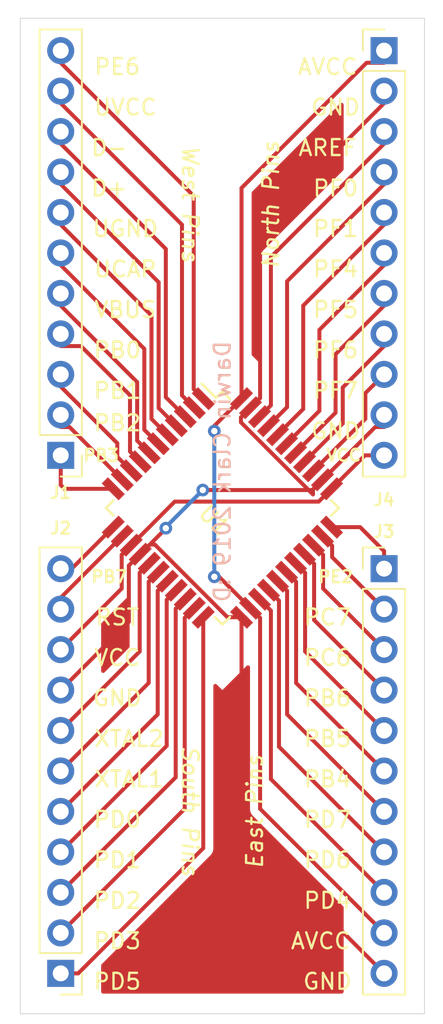
<source format=kicad_pcb>
(kicad_pcb (version 20171130) (host pcbnew 5.1.3-ffb9f22~84~ubuntu18.04.1)

  (general
    (thickness 1.6)
    (drawings 53)
    (tracks 178)
    (zones 0)
    (modules 5)
    (nets 40)
  )

  (page A4)
  (layers
    (0 F.Cu signal)
    (31 B.Cu signal)
    (32 B.Adhes user)
    (33 F.Adhes user)
    (34 B.Paste user)
    (35 F.Paste user)
    (36 B.SilkS user)
    (37 F.SilkS user)
    (38 B.Mask user)
    (39 F.Mask user)
    (40 Dwgs.User user)
    (41 Cmts.User user)
    (42 Eco1.User user)
    (43 Eco2.User user)
    (44 Edge.Cuts user)
    (45 Margin user)
    (46 B.CrtYd user)
    (47 F.CrtYd user)
    (48 B.Fab user)
    (49 F.Fab user)
  )

  (setup
    (last_trace_width 0.25)
    (trace_clearance 0.2)
    (zone_clearance 0.508)
    (zone_45_only no)
    (trace_min 0.2)
    (via_size 0.8)
    (via_drill 0.4)
    (via_min_size 0.4)
    (via_min_drill 0.3)
    (uvia_size 0.3)
    (uvia_drill 0.1)
    (uvias_allowed no)
    (uvia_min_size 0.2)
    (uvia_min_drill 0.1)
    (edge_width 0.05)
    (segment_width 0.2)
    (pcb_text_width 0.3)
    (pcb_text_size 1.5 1.5)
    (mod_edge_width 0.12)
    (mod_text_size 1 1)
    (mod_text_width 0.15)
    (pad_size 1.5 0.55)
    (pad_drill 0)
    (pad_to_mask_clearance 0.051)
    (solder_mask_min_width 0.25)
    (aux_axis_origin 0 0)
    (visible_elements FFFFFF7F)
    (pcbplotparams
      (layerselection 0x010fc_ffffffff)
      (usegerberextensions false)
      (usegerberattributes false)
      (usegerberadvancedattributes false)
      (creategerberjobfile false)
      (excludeedgelayer true)
      (linewidth 0.100000)
      (plotframeref false)
      (viasonmask false)
      (mode 1)
      (useauxorigin false)
      (hpglpennumber 1)
      (hpglpenspeed 20)
      (hpglpendiameter 15.000000)
      (psnegative false)
      (psa4output false)
      (plotreference true)
      (plotvalue true)
      (plotinvisibletext false)
      (padsonsilk false)
      (subtractmaskfromsilk false)
      (outputformat 1)
      (mirror false)
      (drillshape 0)
      (scaleselection 1)
      (outputdirectory ""))
  )

  (net 0 "")
  (net 1 PB3)
  (net 2 PB2)
  (net 3 PB1)
  (net 4 PB0)
  (net 5 VBUS)
  (net 6 UCAP)
  (net 7 UGND)
  (net 8 D+)
  (net 9 D-)
  (net 10 UVCC)
  (net 11 PE6)
  (net 12 PB7)
  (net 13 RESET)
  (net 14 VCC)
  (net 15 GND)
  (net 16 XTAL2)
  (net 17 XTAL1)
  (net 18 PD0)
  (net 19 PD1)
  (net 20 PD2)
  (net 21 PD3)
  (net 22 PD5)
  (net 23 PE2)
  (net 24 PC7)
  (net 25 PC6)
  (net 26 PB6)
  (net 27 PB5)
  (net 28 PB4)
  (net 29 PD7)
  (net 30 PD6)
  (net 31 PD4)
  (net 32 AVCC)
  (net 33 PF7)
  (net 34 PF6)
  (net 35 PF5)
  (net 36 PF4)
  (net 37 PF1)
  (net 38 PF0)
  (net 39 AREF)

  (net_class Default "This is the default net class."
    (clearance 0.2)
    (trace_width 0.25)
    (via_dia 0.8)
    (via_drill 0.4)
    (uvia_dia 0.3)
    (uvia_drill 0.1)
    (add_net AREF)
    (add_net AVCC)
    (add_net D+)
    (add_net D-)
    (add_net GND)
    (add_net PB0)
    (add_net PB1)
    (add_net PB2)
    (add_net PB3)
    (add_net PB4)
    (add_net PB5)
    (add_net PB6)
    (add_net PB7)
    (add_net PC6)
    (add_net PC7)
    (add_net PD0)
    (add_net PD1)
    (add_net PD2)
    (add_net PD3)
    (add_net PD4)
    (add_net PD5)
    (add_net PD6)
    (add_net PD7)
    (add_net PE2)
    (add_net PE6)
    (add_net PF0)
    (add_net PF1)
    (add_net PF4)
    (add_net PF5)
    (add_net PF6)
    (add_net PF7)
    (add_net RESET)
    (add_net UCAP)
    (add_net UGND)
    (add_net UVCC)
    (add_net VBUS)
    (add_net VCC)
    (add_net XTAL1)
    (add_net XTAL2)
  )

  (module Connector_PinHeader_2.54mm:PinHeader_1x11_P2.54mm_Vertical (layer F.Cu) (tedit 59FED5CC) (tstamp 5D52BAB8)
    (at 124.46 86.868 180)
    (descr "Through hole straight pin header, 1x11, 2.54mm pitch, single row")
    (tags "Through hole pin header THT 1x11 2.54mm single row")
    (path /5D53DE94)
    (fp_text reference J1 (at 0 -2.33) (layer F.SilkS)
      (effects (font (size 0.75 0.75) (thickness 0.15)))
    )
    (fp_text value West_Pin (at 0 27.73) (layer F.Fab)
      (effects (font (size 1 1) (thickness 0.15)))
    )
    (fp_line (start -0.635 -1.27) (end 1.27 -1.27) (layer F.Fab) (width 0.1))
    (fp_line (start 1.27 -1.27) (end 1.27 26.67) (layer F.Fab) (width 0.1))
    (fp_line (start 1.27 26.67) (end -1.27 26.67) (layer F.Fab) (width 0.1))
    (fp_line (start -1.27 26.67) (end -1.27 -0.635) (layer F.Fab) (width 0.1))
    (fp_line (start -1.27 -0.635) (end -0.635 -1.27) (layer F.Fab) (width 0.1))
    (fp_line (start -1.33 26.73) (end 1.33 26.73) (layer F.SilkS) (width 0.12))
    (fp_line (start -1.33 1.27) (end -1.33 26.73) (layer F.SilkS) (width 0.12))
    (fp_line (start 1.33 1.27) (end 1.33 26.73) (layer F.SilkS) (width 0.12))
    (fp_line (start -1.33 1.27) (end 1.33 1.27) (layer F.SilkS) (width 0.12))
    (fp_line (start -1.33 0) (end -1.33 -1.33) (layer F.SilkS) (width 0.12))
    (fp_line (start -1.33 -1.33) (end 0 -1.33) (layer F.SilkS) (width 0.12))
    (fp_line (start -1.8 -1.8) (end -1.8 27.2) (layer F.CrtYd) (width 0.05))
    (fp_line (start -1.8 27.2) (end 1.8 27.2) (layer F.CrtYd) (width 0.05))
    (fp_line (start 1.8 27.2) (end 1.8 -1.8) (layer F.CrtYd) (width 0.05))
    (fp_line (start 1.8 -1.8) (end -1.8 -1.8) (layer F.CrtYd) (width 0.05))
    (fp_text user %R (at 0 12.7 90) (layer F.Fab)
      (effects (font (size 1 1) (thickness 0.15)))
    )
    (pad 1 thru_hole rect (at 0 0 180) (size 1.7 1.7) (drill 1) (layers *.Cu *.Mask)
      (net 1 PB3))
    (pad 2 thru_hole oval (at 0 2.54 180) (size 1.7 1.7) (drill 1) (layers *.Cu *.Mask)
      (net 2 PB2))
    (pad 3 thru_hole oval (at 0 5.08 180) (size 1.7 1.7) (drill 1) (layers *.Cu *.Mask)
      (net 3 PB1))
    (pad 4 thru_hole oval (at 0 7.62 180) (size 1.7 1.7) (drill 1) (layers *.Cu *.Mask)
      (net 4 PB0))
    (pad 5 thru_hole oval (at 0 10.16 180) (size 1.7 1.7) (drill 1) (layers *.Cu *.Mask)
      (net 5 VBUS))
    (pad 6 thru_hole oval (at 0 12.7 180) (size 1.7 1.7) (drill 1) (layers *.Cu *.Mask)
      (net 6 UCAP))
    (pad 7 thru_hole oval (at 0 15.24 180) (size 1.7 1.7) (drill 1) (layers *.Cu *.Mask)
      (net 7 UGND))
    (pad 8 thru_hole oval (at 0 17.78 180) (size 1.7 1.7) (drill 1) (layers *.Cu *.Mask)
      (net 8 D+))
    (pad 9 thru_hole oval (at 0 20.32 180) (size 1.7 1.7) (drill 1) (layers *.Cu *.Mask)
      (net 9 D-))
    (pad 10 thru_hole oval (at 0 22.86 180) (size 1.7 1.7) (drill 1) (layers *.Cu *.Mask)
      (net 10 UVCC))
    (pad 11 thru_hole oval (at 0 25.4 180) (size 1.7 1.7) (drill 1) (layers *.Cu *.Mask)
      (net 11 PE6))
    (model ${KISYS3DMOD}/Connector_PinHeader_2.54mm.3dshapes/PinHeader_1x11_P2.54mm_Vertical.wrl
      (at (xyz 0 0 0))
      (scale (xyz 1 1 1))
      (rotate (xyz 0 0 0))
    )
  )

  (module Connector_PinHeader_2.54mm:PinHeader_1x11_P2.54mm_Vertical (layer F.Cu) (tedit 59FED5CC) (tstamp 5D52BAD7)
    (at 124.46 119.38 180)
    (descr "Through hole straight pin header, 1x11, 2.54mm pitch, single row")
    (tags "Through hole pin header THT 1x11 2.54mm single row")
    (path /5D53E5E2)
    (fp_text reference J2 (at 0 27.94) (layer F.SilkS)
      (effects (font (size 0.75 0.75) (thickness 0.15)))
    )
    (fp_text value South_Pin (at 0 27.73) (layer F.Fab)
      (effects (font (size 1 1) (thickness 0.15)))
    )
    (fp_text user %R (at 0 12.7 90) (layer F.Fab)
      (effects (font (size 1 1) (thickness 0.15)))
    )
    (fp_line (start 1.8 -1.8) (end -1.8 -1.8) (layer F.CrtYd) (width 0.05))
    (fp_line (start 1.8 27.2) (end 1.8 -1.8) (layer F.CrtYd) (width 0.05))
    (fp_line (start -1.8 27.2) (end 1.8 27.2) (layer F.CrtYd) (width 0.05))
    (fp_line (start -1.8 -1.8) (end -1.8 27.2) (layer F.CrtYd) (width 0.05))
    (fp_line (start -1.33 -1.33) (end 0 -1.33) (layer F.SilkS) (width 0.12))
    (fp_line (start -1.33 0) (end -1.33 -1.33) (layer F.SilkS) (width 0.12))
    (fp_line (start -1.33 1.27) (end 1.33 1.27) (layer F.SilkS) (width 0.12))
    (fp_line (start 1.33 1.27) (end 1.33 26.73) (layer F.SilkS) (width 0.12))
    (fp_line (start -1.33 1.27) (end -1.33 26.73) (layer F.SilkS) (width 0.12))
    (fp_line (start -1.33 26.73) (end 1.33 26.73) (layer F.SilkS) (width 0.12))
    (fp_line (start -1.27 -0.635) (end -0.635 -1.27) (layer F.Fab) (width 0.1))
    (fp_line (start -1.27 26.67) (end -1.27 -0.635) (layer F.Fab) (width 0.1))
    (fp_line (start 1.27 26.67) (end -1.27 26.67) (layer F.Fab) (width 0.1))
    (fp_line (start 1.27 -1.27) (end 1.27 26.67) (layer F.Fab) (width 0.1))
    (fp_line (start -0.635 -1.27) (end 1.27 -1.27) (layer F.Fab) (width 0.1))
    (pad 11 thru_hole oval (at 0 25.4 180) (size 1.7 1.7) (drill 1) (layers *.Cu *.Mask)
      (net 12 PB7))
    (pad 10 thru_hole oval (at 0 22.86 180) (size 1.7 1.7) (drill 1) (layers *.Cu *.Mask)
      (net 13 RESET))
    (pad 9 thru_hole oval (at 0 20.32 180) (size 1.7 1.7) (drill 1) (layers *.Cu *.Mask)
      (net 14 VCC))
    (pad 8 thru_hole oval (at 0 17.78 180) (size 1.7 1.7) (drill 1) (layers *.Cu *.Mask)
      (net 15 GND))
    (pad 7 thru_hole oval (at 0 15.24 180) (size 1.7 1.7) (drill 1) (layers *.Cu *.Mask)
      (net 16 XTAL2))
    (pad 6 thru_hole oval (at 0 12.7 180) (size 1.7 1.7) (drill 1) (layers *.Cu *.Mask)
      (net 17 XTAL1))
    (pad 5 thru_hole oval (at 0 10.16 180) (size 1.7 1.7) (drill 1) (layers *.Cu *.Mask)
      (net 18 PD0))
    (pad 4 thru_hole oval (at 0 7.62 180) (size 1.7 1.7) (drill 1) (layers *.Cu *.Mask)
      (net 19 PD1))
    (pad 3 thru_hole oval (at 0 5.08 180) (size 1.7 1.7) (drill 1) (layers *.Cu *.Mask)
      (net 20 PD2))
    (pad 2 thru_hole oval (at 0 2.54 180) (size 1.7 1.7) (drill 1) (layers *.Cu *.Mask)
      (net 21 PD3))
    (pad 1 thru_hole rect (at 0 0 180) (size 1.7 1.7) (drill 1) (layers *.Cu *.Mask)
      (net 22 PD5))
    (model ${KISYS3DMOD}/Connector_PinHeader_2.54mm.3dshapes/PinHeader_1x11_P2.54mm_Vertical.wrl
      (at (xyz 0 0 0))
      (scale (xyz 1 1 1))
      (rotate (xyz 0 0 0))
    )
  )

  (module Connector_PinHeader_2.54mm:PinHeader_1x11_P2.54mm_Vertical (layer F.Cu) (tedit 59FED5CC) (tstamp 5D52BAF6)
    (at 144.78 93.98)
    (descr "Through hole straight pin header, 1x11, 2.54mm pitch, single row")
    (tags "Through hole pin header THT 1x11 2.54mm single row")
    (path /5D53F948)
    (fp_text reference J3 (at 0 -2.33) (layer F.SilkS)
      (effects (font (size 0.75 0.75) (thickness 0.15)))
    )
    (fp_text value East_Pin (at 0 27.73) (layer F.Fab)
      (effects (font (size 1 1) (thickness 0.15)))
    )
    (fp_line (start -0.635 -1.27) (end 1.27 -1.27) (layer F.Fab) (width 0.1))
    (fp_line (start 1.27 -1.27) (end 1.27 26.67) (layer F.Fab) (width 0.1))
    (fp_line (start 1.27 26.67) (end -1.27 26.67) (layer F.Fab) (width 0.1))
    (fp_line (start -1.27 26.67) (end -1.27 -0.635) (layer F.Fab) (width 0.1))
    (fp_line (start -1.27 -0.635) (end -0.635 -1.27) (layer F.Fab) (width 0.1))
    (fp_line (start -1.33 26.73) (end 1.33 26.73) (layer F.SilkS) (width 0.12))
    (fp_line (start -1.33 1.27) (end -1.33 26.73) (layer F.SilkS) (width 0.12))
    (fp_line (start 1.33 1.27) (end 1.33 26.73) (layer F.SilkS) (width 0.12))
    (fp_line (start -1.33 1.27) (end 1.33 1.27) (layer F.SilkS) (width 0.12))
    (fp_line (start -1.33 0) (end -1.33 -1.33) (layer F.SilkS) (width 0.12))
    (fp_line (start -1.33 -1.33) (end 0 -1.33) (layer F.SilkS) (width 0.12))
    (fp_line (start -1.8 -1.8) (end -1.8 27.2) (layer F.CrtYd) (width 0.05))
    (fp_line (start -1.8 27.2) (end 1.8 27.2) (layer F.CrtYd) (width 0.05))
    (fp_line (start 1.8 27.2) (end 1.8 -1.8) (layer F.CrtYd) (width 0.05))
    (fp_line (start 1.8 -1.8) (end -1.8 -1.8) (layer F.CrtYd) (width 0.05))
    (fp_text user %R (at 0 12.7 90) (layer F.Fab)
      (effects (font (size 1 1) (thickness 0.15)))
    )
    (pad 1 thru_hole rect (at 0 0) (size 1.7 1.7) (drill 1) (layers *.Cu *.Mask)
      (net 23 PE2))
    (pad 2 thru_hole oval (at 0 2.54) (size 1.7 1.7) (drill 1) (layers *.Cu *.Mask)
      (net 24 PC7))
    (pad 3 thru_hole oval (at 0 5.08) (size 1.7 1.7) (drill 1) (layers *.Cu *.Mask)
      (net 25 PC6))
    (pad 4 thru_hole oval (at 0 7.62) (size 1.7 1.7) (drill 1) (layers *.Cu *.Mask)
      (net 26 PB6))
    (pad 5 thru_hole oval (at 0 10.16) (size 1.7 1.7) (drill 1) (layers *.Cu *.Mask)
      (net 27 PB5))
    (pad 6 thru_hole oval (at 0 12.7) (size 1.7 1.7) (drill 1) (layers *.Cu *.Mask)
      (net 28 PB4))
    (pad 7 thru_hole oval (at 0 15.24) (size 1.7 1.7) (drill 1) (layers *.Cu *.Mask)
      (net 29 PD7))
    (pad 8 thru_hole oval (at 0 17.78) (size 1.7 1.7) (drill 1) (layers *.Cu *.Mask)
      (net 30 PD6))
    (pad 9 thru_hole oval (at 0 20.32) (size 1.7 1.7) (drill 1) (layers *.Cu *.Mask)
      (net 31 PD4))
    (pad 10 thru_hole oval (at 0 22.86) (size 1.7 1.7) (drill 1) (layers *.Cu *.Mask)
      (net 32 AVCC))
    (pad 11 thru_hole oval (at 0 25.4) (size 1.7 1.7) (drill 1) (layers *.Cu *.Mask)
      (net 15 GND))
    (model ${KISYS3DMOD}/Connector_PinHeader_2.54mm.3dshapes/PinHeader_1x11_P2.54mm_Vertical.wrl
      (at (xyz 0 0 0))
      (scale (xyz 1 1 1))
      (rotate (xyz 0 0 0))
    )
  )

  (module Connector_PinHeader_2.54mm:PinHeader_1x11_P2.54mm_Vertical (layer F.Cu) (tedit 59FED5CC) (tstamp 5D52BB15)
    (at 144.78 61.468)
    (descr "Through hole straight pin header, 1x11, 2.54mm pitch, single row")
    (tags "Through hole pin header THT 1x11 2.54mm single row")
    (path /5D5407E4)
    (fp_text reference J4 (at 0 28.194) (layer F.SilkS)
      (effects (font (size 0.75 0.75) (thickness 0.15)))
    )
    (fp_text value North_Pin (at 0 27.73) (layer F.Fab)
      (effects (font (size 1 1) (thickness 0.15)))
    )
    (fp_text user %R (at 0 12.7 90) (layer F.Fab)
      (effects (font (size 1 1) (thickness 0.15)))
    )
    (fp_line (start 1.8 -1.8) (end -1.8 -1.8) (layer F.CrtYd) (width 0.05))
    (fp_line (start 1.8 27.2) (end 1.8 -1.8) (layer F.CrtYd) (width 0.05))
    (fp_line (start -1.8 27.2) (end 1.8 27.2) (layer F.CrtYd) (width 0.05))
    (fp_line (start -1.8 -1.8) (end -1.8 27.2) (layer F.CrtYd) (width 0.05))
    (fp_line (start -1.33 -1.33) (end 0 -1.33) (layer F.SilkS) (width 0.12))
    (fp_line (start -1.33 0) (end -1.33 -1.33) (layer F.SilkS) (width 0.12))
    (fp_line (start -1.33 1.27) (end 1.33 1.27) (layer F.SilkS) (width 0.12))
    (fp_line (start 1.33 1.27) (end 1.33 26.73) (layer F.SilkS) (width 0.12))
    (fp_line (start -1.33 1.27) (end -1.33 26.73) (layer F.SilkS) (width 0.12))
    (fp_line (start -1.33 26.73) (end 1.33 26.73) (layer F.SilkS) (width 0.12))
    (fp_line (start -1.27 -0.635) (end -0.635 -1.27) (layer F.Fab) (width 0.1))
    (fp_line (start -1.27 26.67) (end -1.27 -0.635) (layer F.Fab) (width 0.1))
    (fp_line (start 1.27 26.67) (end -1.27 26.67) (layer F.Fab) (width 0.1))
    (fp_line (start 1.27 -1.27) (end 1.27 26.67) (layer F.Fab) (width 0.1))
    (fp_line (start -0.635 -1.27) (end 1.27 -1.27) (layer F.Fab) (width 0.1))
    (pad 11 thru_hole oval (at 0 25.4) (size 1.7 1.7) (drill 1) (layers *.Cu *.Mask)
      (net 14 VCC))
    (pad 10 thru_hole oval (at 0 22.86) (size 1.7 1.7) (drill 1) (layers *.Cu *.Mask)
      (net 15 GND))
    (pad 9 thru_hole oval (at 0 20.32) (size 1.7 1.7) (drill 1) (layers *.Cu *.Mask)
      (net 33 PF7))
    (pad 8 thru_hole oval (at 0 17.78) (size 1.7 1.7) (drill 1) (layers *.Cu *.Mask)
      (net 34 PF6))
    (pad 7 thru_hole oval (at 0 15.24) (size 1.7 1.7) (drill 1) (layers *.Cu *.Mask)
      (net 35 PF5))
    (pad 6 thru_hole oval (at 0 12.7) (size 1.7 1.7) (drill 1) (layers *.Cu *.Mask)
      (net 36 PF4))
    (pad 5 thru_hole oval (at 0 10.16) (size 1.7 1.7) (drill 1) (layers *.Cu *.Mask)
      (net 37 PF1))
    (pad 4 thru_hole oval (at 0 7.62) (size 1.7 1.7) (drill 1) (layers *.Cu *.Mask)
      (net 38 PF0))
    (pad 3 thru_hole oval (at 0 5.08) (size 1.7 1.7) (drill 1) (layers *.Cu *.Mask)
      (net 39 AREF))
    (pad 2 thru_hole oval (at 0 2.54) (size 1.7 1.7) (drill 1) (layers *.Cu *.Mask)
      (net 15 GND))
    (pad 1 thru_hole rect (at 0 0) (size 1.7 1.7) (drill 1) (layers *.Cu *.Mask)
      (net 32 AVCC))
    (model ${KISYS3DMOD}/Connector_PinHeader_2.54mm.3dshapes/PinHeader_1x11_P2.54mm_Vertical.wrl
      (at (xyz 0 0 0))
      (scale (xyz 1 1 1))
      (rotate (xyz 0 0 0))
    )
  )

  (module Package_QFP:TQFP-44_10x10mm_P0.8mm (layer F.Cu) (tedit 5D526EA1) (tstamp 5D52BB58)
    (at 134.62 90.17 315)
    (descr "44-Lead Plastic Thin Quad Flatpack (PT) - 10x10x1.0 mm Body [TQFP] (see Microchip Packaging Specification 00000049BS.pdf)")
    (tags "QFP 0.8")
    (path /5D53A405)
    (attr smd)
    (fp_text reference U1 (at 0.179605 0.898026 135) (layer F.SilkS)
      (effects (font (size 1 1) (thickness 0.15)))
    )
    (fp_text value ATmega32U4-AU (at 0 7.45 135) (layer F.Fab)
      (effects (font (size 1 1) (thickness 0.15)))
    )
    (fp_text user %R (at 0.074999 0.894999 135) (layer F.Fab)
      (effects (font (size 1 1) (thickness 0.15)))
    )
    (fp_line (start -4 -5) (end 5 -5) (layer F.Fab) (width 0.15))
    (fp_line (start 5 -5) (end 5 5) (layer F.Fab) (width 0.15))
    (fp_line (start 5 5) (end -5 5) (layer F.Fab) (width 0.15))
    (fp_line (start -5 5) (end -5 -4) (layer F.Fab) (width 0.15))
    (fp_line (start -5 -4) (end -4 -5) (layer F.Fab) (width 0.15))
    (fp_line (start -6.7 -6.7) (end -6.7 6.7) (layer F.CrtYd) (width 0.05))
    (fp_line (start 6.7 -6.7) (end 6.7 6.7) (layer F.CrtYd) (width 0.05))
    (fp_line (start -6.7 -6.7) (end 6.7 -6.7) (layer F.CrtYd) (width 0.05))
    (fp_line (start -6.7 6.7) (end 6.7 6.7) (layer F.CrtYd) (width 0.05))
    (fp_line (start -5.175 -5.175) (end -5.175 -4.6) (layer F.SilkS) (width 0.15))
    (fp_line (start 5.175 -5.175) (end 5.175 -4.5) (layer F.SilkS) (width 0.15))
    (fp_line (start 5.175 5.175) (end 5.175 4.5) (layer F.SilkS) (width 0.15))
    (fp_line (start -5.175 5.175) (end -5.175 4.5) (layer F.SilkS) (width 0.15))
    (fp_line (start -5.175 -5.175) (end -4.5 -5.175) (layer F.SilkS) (width 0.15))
    (fp_line (start -5.175 5.175) (end -4.5 5.175) (layer F.SilkS) (width 0.15))
    (fp_line (start 5.175 5.175) (end 4.5 5.175) (layer F.SilkS) (width 0.15))
    (fp_line (start 5.175 -5.175) (end 4.5 -5.175) (layer F.SilkS) (width 0.15))
    (fp_line (start -5.175 -4.6) (end -6.45 -4.6) (layer F.SilkS) (width 0.15))
    (pad 1 smd rect (at -5.7 -4 315) (size 1.5 0.55) (layers F.Cu F.Paste F.Mask)
      (net 11 PE6))
    (pad 2 smd rect (at -5.7 -3.2 315) (size 1.5 0.55) (layers F.Cu F.Paste F.Mask)
      (net 10 UVCC))
    (pad 3 smd rect (at -5.7 -2.4 315) (size 1.5 0.55) (layers F.Cu F.Paste F.Mask)
      (net 9 D-))
    (pad 4 smd rect (at -5.7 -1.6 315) (size 1.5 0.55) (layers F.Cu F.Paste F.Mask)
      (net 8 D+))
    (pad 5 smd rect (at -5.7 -0.8 315) (size 1.5 0.55) (layers F.Cu F.Paste F.Mask)
      (net 7 UGND))
    (pad 6 smd rect (at -5.7 0 315) (size 1.5 0.55) (layers F.Cu F.Paste F.Mask)
      (net 6 UCAP))
    (pad 7 smd rect (at -5.7 0.8 315) (size 1.5 0.55) (layers F.Cu F.Paste F.Mask)
      (net 5 VBUS))
    (pad 8 smd rect (at -5.7 1.6 315) (size 1.5 0.55) (layers F.Cu F.Paste F.Mask)
      (net 4 PB0))
    (pad 9 smd rect (at -5.7 2.4 315) (size 1.5 0.55) (layers F.Cu F.Paste F.Mask)
      (net 3 PB1))
    (pad 10 smd rect (at -5.7 3.2 315) (size 1.5 0.55) (layers F.Cu F.Paste F.Mask)
      (net 2 PB2))
    (pad 11 smd rect (at -5.7 4 315) (size 1.5 0.55) (layers F.Cu F.Paste F.Mask)
      (net 1 PB3))
    (pad 12 smd rect (at -4 5.7 45) (size 1.5 0.55) (layers F.Cu F.Paste F.Mask)
      (net 12 PB7))
    (pad 13 smd rect (at -3.2 5.7 45) (size 1.5 0.55) (layers F.Cu F.Paste F.Mask)
      (net 13 RESET))
    (pad 14 smd rect (at -2.4 5.7 45) (size 1.5 0.55) (layers F.Cu F.Paste F.Mask)
      (net 14 VCC))
    (pad 15 smd rect (at -1.6 5.7 45) (size 1.5 0.55) (layers F.Cu F.Paste F.Mask)
      (net 15 GND))
    (pad 16 smd rect (at -0.8 5.7 45) (size 1.5 0.55) (layers F.Cu F.Paste F.Mask)
      (net 16 XTAL2))
    (pad 17 smd rect (at 0 5.7 45) (size 1.5 0.55) (layers F.Cu F.Paste F.Mask)
      (net 17 XTAL1))
    (pad 18 smd rect (at 0.8 5.7 45) (size 1.5 0.55) (layers F.Cu F.Paste F.Mask)
      (net 18 PD0))
    (pad 19 smd rect (at 1.6 5.7 45) (size 1.5 0.55) (layers F.Cu F.Paste F.Mask)
      (net 19 PD1))
    (pad 20 smd rect (at 2.4 5.7 45) (size 1.5 0.55) (layers F.Cu F.Paste F.Mask)
      (net 20 PD2))
    (pad 21 smd rect (at 3.2 5.7 45) (size 1.5 0.55) (layers F.Cu F.Paste F.Mask)
      (net 21 PD3))
    (pad 22 smd rect (at 4 5.7 45) (size 1.5 0.55) (layers F.Cu F.Paste F.Mask)
      (net 22 PD5))
    (pad 23 smd rect (at 5.7 4 315) (size 1.5 0.55) (layers F.Cu F.Paste F.Mask)
      (net 15 GND))
    (pad 24 smd rect (at 5.7 3.2 315) (size 1.5 0.55) (layers F.Cu F.Paste F.Mask)
      (net 32 AVCC))
    (pad 25 smd rect (at 5.7 2.4 315) (size 1.5 0.55) (layers F.Cu F.Paste F.Mask)
      (net 31 PD4))
    (pad 26 smd rect (at 5.7 1.6 315) (size 1.5 0.55) (layers F.Cu F.Paste F.Mask)
      (net 30 PD6))
    (pad 27 smd rect (at 5.7 0.8 315) (size 1.5 0.55) (layers F.Cu F.Paste F.Mask)
      (net 29 PD7))
    (pad 28 smd rect (at 5.7 0 315) (size 1.5 0.55) (layers F.Cu F.Paste F.Mask)
      (net 28 PB4))
    (pad 29 smd rect (at 5.7 -0.8 315) (size 1.5 0.55) (layers F.Cu F.Paste F.Mask)
      (net 27 PB5))
    (pad 30 smd rect (at 5.7 -1.6 315) (size 1.5 0.55) (layers F.Cu F.Paste F.Mask)
      (net 26 PB6))
    (pad 31 smd rect (at 5.7 -2.4 315) (size 1.5 0.55) (layers F.Cu F.Paste F.Mask)
      (net 25 PC6))
    (pad 32 smd rect (at 5.7 -3.2 315) (size 1.5 0.55) (layers F.Cu F.Paste F.Mask)
      (net 24 PC7))
    (pad 33 smd rect (at 5.7 -4 315) (size 1.5 0.55) (layers F.Cu F.Paste F.Mask)
      (net 23 PE2))
    (pad 34 smd rect (at 4 -5.7 45) (size 1.5 0.55) (layers F.Cu F.Paste F.Mask)
      (net 14 VCC))
    (pad 35 smd rect (at 3.2 -5.7 45) (size 1.5 0.55) (layers F.Cu F.Paste F.Mask)
      (net 15 GND))
    (pad 36 smd rect (at 2.4 -5.7 45) (size 1.5 0.55) (layers F.Cu F.Paste F.Mask)
      (net 33 PF7))
    (pad 37 smd rect (at 1.6 -5.7 45) (size 1.5 0.55) (layers F.Cu F.Paste F.Mask)
      (net 34 PF6))
    (pad 38 smd rect (at 0.8 -5.7 45) (size 1.5 0.55) (layers F.Cu F.Paste F.Mask)
      (net 35 PF5))
    (pad 39 smd rect (at 0 -5.7 45) (size 1.5 0.55) (layers F.Cu F.Paste F.Mask)
      (net 36 PF4))
    (pad 40 smd rect (at -0.8 -5.7 45) (size 1.5 0.55) (layers F.Cu F.Paste F.Mask)
      (net 37 PF1))
    (pad 41 smd rect (at -1.6 -5.7 45) (size 1.5 0.55) (layers F.Cu F.Paste F.Mask)
      (net 38 PF0))
    (pad 42 smd rect (at -2.4 -5.7 45) (size 1.5 0.55) (layers F.Cu F.Paste F.Mask)
      (net 39 AREF))
    (pad 43 smd rect (at -3.2 -5.7 45) (size 1.5 0.55) (layers F.Cu F.Paste F.Mask)
      (net 15 GND))
    (pad 44 smd rect (at -4 -5.7 45) (size 1.5 0.55) (layers F.Cu F.Paste F.Mask)
      (net 32 AVCC))
    (model ${KISYS3DMOD}/Package_QFP.3dshapes/TQFP-44_10x10mm_P0.8mm.wrl
      (at (xyz 0 0 0))
      (scale (xyz 1 1 1))
      (rotate (xyz 0 0 0))
    )
  )

  (gr_text "Darwin Clark 2019 :D" (at 134.62 87.884 90) (layer B.SilkS)
    (effects (font (size 1 1) (thickness 0.15)) (justify mirror))
  )
  (gr_text "East Pins" (at 136.652 109.22 90) (layer F.SilkS) (tstamp 5D52CA49)
    (effects (font (size 1 1) (thickness 0.15) italic))
  )
  (gr_text "South Pins" (at 132.588 109.22 270) (layer F.SilkS) (tstamp 5D52CA44)
    (effects (font (size 1 1) (thickness 0.15) italic))
  )
  (gr_text PB7 (at 127.508 94.488) (layer F.SilkS)
    (effects (font (size 0.75 0.75) (thickness 0.15)))
  )
  (gr_text RST (at 128.016 97.028) (layer F.SilkS)
    (effects (font (size 1 1) (thickness 0.15)))
  )
  (gr_text VCC (at 128.016 99.568) (layer F.SilkS)
    (effects (font (size 1 1) (thickness 0.15)))
  )
  (gr_text GND (at 128.016 102.108) (layer F.SilkS)
    (effects (font (size 1 1) (thickness 0.15)))
  )
  (gr_text XTAL2 (at 126.492 104.648) (layer F.SilkS)
    (effects (font (size 1 1) (thickness 0.15)) (justify left))
  )
  (gr_text XTAL1 (at 126.492 107.188) (layer F.SilkS)
    (effects (font (size 1 1) (thickness 0.15)) (justify left))
  )
  (gr_text PD2 (at 128.016 114.808) (layer F.SilkS)
    (effects (font (size 1 1) (thickness 0.15)))
  )
  (gr_text PD0 (at 128.016 109.728) (layer F.SilkS)
    (effects (font (size 1 1) (thickness 0.15)))
  )
  (gr_text "PD1\n" (at 128.016 112.268) (layer F.SilkS)
    (effects (font (size 1 1) (thickness 0.15)))
  )
  (gr_text "PD3\n" (at 128.016 117.348) (layer F.SilkS)
    (effects (font (size 1 1) (thickness 0.15)))
  )
  (gr_text PD5 (at 128.016 119.888) (layer F.SilkS)
    (effects (font (size 1 1) (thickness 0.15)))
  )
  (gr_text PE2 (at 141.732 94.488) (layer F.SilkS)
    (effects (font (size 0.75 0.75) (thickness 0.15)))
  )
  (gr_text PC7 (at 141.224 97.028) (layer F.SilkS)
    (effects (font (size 1 1) (thickness 0.15)))
  )
  (gr_text PC6 (at 141.224 99.568) (layer F.SilkS)
    (effects (font (size 1 1) (thickness 0.15)))
  )
  (gr_text PB6 (at 141.224 102.108) (layer F.SilkS)
    (effects (font (size 1 1) (thickness 0.15)))
  )
  (gr_text PB5 (at 141.224 104.648) (layer F.SilkS)
    (effects (font (size 1 1) (thickness 0.15)))
  )
  (gr_text PB4 (at 141.224 107.188) (layer F.SilkS)
    (effects (font (size 1 1) (thickness 0.15)))
  )
  (gr_text PD7 (at 141.224 109.728) (layer F.SilkS)
    (effects (font (size 1 1) (thickness 0.15)))
  )
  (gr_text PD6 (at 141.224 112.268) (layer F.SilkS)
    (effects (font (size 1 1) (thickness 0.15)))
  )
  (gr_text PD4 (at 141.224 114.808) (layer F.SilkS)
    (effects (font (size 1 1) (thickness 0.15)))
  )
  (gr_text AVCC (at 142.748 117.348) (layer F.SilkS)
    (effects (font (size 1 1) (thickness 0.15)) (justify right))
  )
  (gr_text "GND\n" (at 141.224 119.888) (layer F.SilkS)
    (effects (font (size 1 1) (thickness 0.15)))
  )
  (gr_text "North Pins" (at 137.668 71.12 90) (layer F.SilkS) (tstamp 5D52C800)
    (effects (font (size 1 1) (thickness 0.15) italic))
  )
  (gr_text "West Pins" (at 132.588 71.12 270) (layer F.SilkS)
    (effects (font (size 1 1) (thickness 0.15) italic))
  )
  (gr_text VCC (at 142.24 86.868) (layer F.SilkS)
    (effects (font (size 0.75 0.75) (thickness 0.15)))
  )
  (gr_text GND (at 141.732 85.344) (layer F.SilkS)
    (effects (font (size 1 1) (thickness 0.15)))
  )
  (gr_text "PF7\n" (at 141.732 82.804) (layer F.SilkS)
    (effects (font (size 1 1) (thickness 0.15)))
  )
  (gr_text "PF6\n" (at 141.732 80.264) (layer F.SilkS)
    (effects (font (size 1 1) (thickness 0.15)))
  )
  (gr_text PF5 (at 141.732 77.724) (layer F.SilkS)
    (effects (font (size 1 1) (thickness 0.15)))
  )
  (gr_text "PF4\n" (at 141.732 75.184) (layer F.SilkS)
    (effects (font (size 1 1) (thickness 0.15)))
  )
  (gr_text "PF1\n" (at 141.732 72.644) (layer F.SilkS)
    (effects (font (size 1 1) (thickness 0.15)))
  )
  (gr_text PF0 (at 141.732 70.104) (layer F.SilkS)
    (effects (font (size 1 1) (thickness 0.15)))
  )
  (gr_text AREF (at 141.224 67.564) (layer F.SilkS)
    (effects (font (size 1 1) (thickness 0.15)))
  )
  (gr_text GND (at 141.732 65.024) (layer F.SilkS)
    (effects (font (size 1 1) (thickness 0.15)))
  )
  (gr_text "AVCC\n" (at 141.224 62.484) (layer F.SilkS)
    (effects (font (size 1 1) (thickness 0.15)))
  )
  (gr_text PB3 (at 127 86.868) (layer F.SilkS)
    (effects (font (size 0.75 0.75) (thickness 0.15)))
  )
  (gr_text "PB2\n" (at 128.016 84.836) (layer F.SilkS)
    (effects (font (size 1 1) (thickness 0.15)))
  )
  (gr_text "PB1\n" (at 128.016 82.804) (layer F.SilkS)
    (effects (font (size 1 1) (thickness 0.15)))
  )
  (gr_text "PB0\n" (at 128.016 80.264) (layer F.SilkS)
    (effects (font (size 1 1) (thickness 0.15)))
  )
  (gr_text "VBUS\n" (at 128.524 77.724) (layer F.SilkS)
    (effects (font (size 1 1) (thickness 0.15)))
  )
  (gr_text "UCAP\n" (at 128.524 75.184) (layer F.SilkS)
    (effects (font (size 1 1) (thickness 0.15)))
  )
  (gr_text UGND (at 128.524 72.644) (layer F.SilkS)
    (effects (font (size 1 1) (thickness 0.15)))
  )
  (gr_text "D+\n" (at 127.508 70.104) (layer F.SilkS)
    (effects (font (size 1 1) (thickness 0.15)))
  )
  (gr_text "D-\n" (at 127.508 67.564) (layer F.SilkS)
    (effects (font (size 1 1) (thickness 0.15)))
  )
  (gr_text "UVCC\n" (at 128.524 65.024) (layer F.SilkS)
    (effects (font (size 1 1) (thickness 0.15)))
  )
  (gr_text "PE6\n" (at 128.016 62.484) (layer F.SilkS)
    (effects (font (size 1 1) (thickness 0.15)))
  )
  (gr_line (start 147.32 121.92) (end 147.32 59.436) (layer Edge.Cuts) (width 0.05) (tstamp 5D52C508))
  (gr_line (start 121.92 59.436) (end 147.32 59.436) (layer Edge.Cuts) (width 0.05))
  (gr_line (start 121.92 121.92) (end 121.92 59.436) (layer Edge.Cuts) (width 0.05))
  (gr_line (start 147.32 121.92) (end 121.92 121.92) (layer Edge.Cuts) (width 0.05))

  (segment (start 124.46 88.73) (end 124.46 87.63) (width 0.25) (layer F.Cu) (net 1))
  (segment (start 124.697918 88.967918) (end 124.46 88.73) (width 0.25) (layer F.Cu) (net 1))
  (segment (start 127.761064 88.967918) (end 124.697918 88.967918) (width 0.25) (layer F.Cu) (net 1))
  (segment (start 125.014517 85.09) (end 124.46 85.09) (width 0.25) (layer F.Cu) (net 2))
  (segment (start 128.32675 88.402233) (end 125.014517 85.09) (width 0.25) (layer F.Cu) (net 2))
  (segment (start 128.892435 87.836548) (end 128.016 86.960113) (width 0.25) (layer F.Cu) (net 3))
  (segment (start 128.016 86.106) (end 124.46 82.55) (width 0.25) (layer F.Cu) (net 3))
  (segment (start 128.016 86.960113) (end 128.016 86.106) (width 0.25) (layer F.Cu) (net 3))
  (segment (start 128.81395 86.626692) (end 128.81395 83.09395) (width 0.25) (layer F.Cu) (net 4))
  (segment (start 129.45812 87.270862) (end 128.81395 86.626692) (width 0.25) (layer F.Cu) (net 4))
  (segment (start 125.73 80.01) (end 124.46 80.01) (width 0.25) (layer F.Cu) (net 4))
  (segment (start 128.81395 83.09395) (end 125.73 80.01) (width 0.25) (layer F.Cu) (net 4))
  (segment (start 125.309999 78.319999) (end 124.46 77.47) (width 0.25) (layer F.Cu) (net 5))
  (segment (start 129.26396 82.27396) (end 125.309999 78.319999) (width 0.25) (layer F.Cu) (net 5))
  (segment (start 129.26396 85.945331) (end 129.26396 82.27396) (width 0.25) (layer F.Cu) (net 5))
  (segment (start 130.023806 86.705177) (end 129.26396 85.945331) (width 0.25) (layer F.Cu) (net 5))
  (segment (start 125.309999 75.779999) (end 124.46 74.93) (width 0.25) (layer F.Cu) (net 6))
  (segment (start 129.71397 80.18397) (end 125.309999 75.779999) (width 0.25) (layer F.Cu) (net 6))
  (segment (start 129.71397 85.26397) (end 129.71397 80.18397) (width 0.25) (layer F.Cu) (net 6))
  (segment (start 130.589491 86.139491) (end 129.71397 85.26397) (width 0.25) (layer F.Cu) (net 6))
  (segment (start 125.309999 73.239999) (end 124.46 72.39) (width 0.25) (layer F.Cu) (net 7))
  (segment (start 130.16398 78.09398) (end 125.309999 73.239999) (width 0.25) (layer F.Cu) (net 7))
  (segment (start 130.16398 84.582609) (end 130.16398 78.09398) (width 0.25) (layer F.Cu) (net 7))
  (segment (start 131.155177 85.573806) (end 130.16398 84.582609) (width 0.25) (layer F.Cu) (net 7))
  (segment (start 125.309999 70.699999) (end 124.46 69.85) (width 0.25) (layer F.Cu) (net 8))
  (segment (start 130.61399 76.00399) (end 125.309999 70.699999) (width 0.25) (layer F.Cu) (net 8))
  (segment (start 130.61399 83.901248) (end 130.61399 76.00399) (width 0.25) (layer F.Cu) (net 8))
  (segment (start 131.720862 85.00812) (end 130.61399 83.901248) (width 0.25) (layer F.Cu) (net 8))
  (segment (start 132.286548 84.442435) (end 131.064 83.219887) (width 0.25) (layer F.Cu) (net 9))
  (segment (start 131.064 73.914) (end 124.46 67.31) (width 0.25) (layer F.Cu) (net 9))
  (segment (start 131.064 83.219887) (end 131.064 73.914) (width 0.25) (layer F.Cu) (net 9))
  (segment (start 132.852233 83.87675) (end 132.08 83.104517) (width 0.25) (layer F.Cu) (net 10))
  (segment (start 132.08 72.39) (end 124.46 64.77) (width 0.25) (layer F.Cu) (net 10))
  (segment (start 132.08 83.104517) (end 132.08 72.39) (width 0.25) (layer F.Cu) (net 10))
  (segment (start 125.309999 63.079999) (end 124.46 62.23) (width 0.25) (layer F.Cu) (net 11))
  (segment (start 132.816878 82.710024) (end 132.816878 70.586878) (width 0.25) (layer F.Cu) (net 11))
  (segment (start 132.816878 70.586878) (end 125.309999 63.079999) (width 0.25) (layer F.Cu) (net 11))
  (segment (start 133.417918 83.311064) (end 132.816878 82.710024) (width 0.25) (layer F.Cu) (net 11))
  (segment (start 125.153146 93.98) (end 124.46 93.98) (width 0.25) (layer F.Cu) (net 12))
  (segment (start 127.761064 91.372082) (end 125.153146 93.98) (width 0.25) (layer F.Cu) (net 12))
  (segment (start 124.46 95.804517) (end 124.46 96.52) (width 0.25) (layer F.Cu) (net 13))
  (segment (start 128.32675 91.937767) (end 124.46 95.804517) (width 0.25) (layer F.Cu) (net 13))
  (segment (start 125.309999 98.210001) (end 124.46 99.06) (width 0.25) (layer F.Cu) (net 14))
  (segment (start 128.291395 95.228605) (end 125.309999 98.210001) (width 0.25) (layer F.Cu) (net 14))
  (segment (start 128.291395 93.104492) (end 128.291395 95.228605) (width 0.25) (layer F.Cu) (net 14))
  (segment (start 128.892435 92.503452) (end 128.291395 93.104492) (width 0.25) (layer F.Cu) (net 14))
  (segment (start 129.493475 91.902412) (end 128.892435 92.503452) (width 0.25) (layer F.Cu) (net 14))
  (segment (start 131.624392 89.771495) (end 129.493475 91.902412) (width 0.25) (layer F.Cu) (net 14))
  (segment (start 140.675359 89.771495) (end 131.624392 89.771495) (width 0.25) (layer F.Cu) (net 14))
  (segment (start 141.478936 88.967918) (end 140.675359 89.771495) (width 0.25) (layer F.Cu) (net 14))
  (segment (start 143.578854 86.868) (end 144.78 86.868) (width 0.25) (layer F.Cu) (net 14))
  (segment (start 141.478936 88.967918) (end 143.578854 86.868) (width 0.25) (layer F.Cu) (net 14))
  (segment (start 143.930001 65.619999) (end 144.78 64.77) (width 0.25) (layer F.Cu) (net 15))
  (segment (start 136.988807 72.561193) (end 143.930001 65.619999) (width 0.25) (layer F.Cu) (net 15))
  (segment (start 136.988807 83.27571) (end 136.988807 72.561193) (width 0.25) (layer F.Cu) (net 15))
  (segment (start 136.387767 83.87675) (end 136.988807 83.27571) (width 0.25) (layer F.Cu) (net 15))
  (segment (start 144.225483 85.09) (end 144.78 85.09) (width 0.25) (layer F.Cu) (net 15))
  (segment (start 140.91325 88.402233) (end 144.225483 85.09) (width 0.25) (layer F.Cu) (net 15))
  (segment (start 125.309999 100.750001) (end 124.46 101.6) (width 0.25) (layer F.Cu) (net 15))
  (segment (start 128.741406 97.318594) (end 125.309999 100.750001) (width 0.25) (layer F.Cu) (net 15))
  (segment (start 128.741406 93.785852) (end 128.741406 97.318594) (width 0.25) (layer F.Cu) (net 15))
  (segment (start 129.45812 93.069138) (end 128.741406 93.785852) (width 0.25) (layer F.Cu) (net 15))
  (segment (start 135.822082 110.422082) (end 144.78 119.38) (width 0.25) (layer F.Cu) (net 15))
  (segment (start 135.822082 97.028936) (end 135.822082 110.422082) (width 0.25) (layer F.Cu) (net 15))
  (segment (start 140.31221 89.003273) (end 140.91325 88.402233) (width 0.25) (layer F.Cu) (net 15))
  (segment (start 140.31221 89.321486) (end 140.31221 89.003273) (width 0.25) (layer F.Cu) (net 15))
  (segment (start 135.786727 84.47779) (end 135.786727 84.796003) (width 0.25) (layer F.Cu) (net 15))
  (segment (start 135.786727 84.796003) (end 140.31221 89.321486) (width 0.25) (layer F.Cu) (net 15))
  (segment (start 136.387767 83.87675) (end 135.786727 84.47779) (width 0.25) (layer F.Cu) (net 15))
  (segment (start 130.05916 92.468098) (end 129.45812 93.069138) (width 0.25) (layer F.Cu) (net 15))
  (segment (start 130.377375 92.468098) (end 130.05916 92.468098) (width 0.25) (layer F.Cu) (net 15))
  (segment (start 135.822082 97.028936) (end 134.938213 97.028936) (width 0.25) (layer F.Cu) (net 15))
  (segment (start 134.938213 97.028936) (end 130.377375 92.468098) (width 0.25) (layer F.Cu) (net 15))
  (via (at 133.387 89.046495) (size 0.8) (drill 0.4) (layers F.Cu B.Cu) (net 15))
  (segment (start 140.91325 88.402233) (end 140.268988 89.046495) (width 0.25) (layer F.Cu) (net 15))
  (segment (start 140.268988 89.046495) (end 133.387 89.046495) (width 0.25) (layer F.Cu) (net 15))
  (segment (start 133.387 89.046495) (end 131.064 91.369495) (width 0.25) (layer B.Cu) (net 15))
  (via (at 131.064 91.44) (size 0.8) (drill 0.4) (layers F.Cu B.Cu) (net 15))
  (segment (start 131.064 91.369495) (end 131.064 91.44) (width 0.25) (layer B.Cu) (net 15))
  (segment (start 131.064 91.463258) (end 129.45812 93.069138) (width 0.25) (layer F.Cu) (net 15))
  (segment (start 131.064 91.44) (end 131.064 91.463258) (width 0.25) (layer F.Cu) (net 15))
  (segment (start 125.309999 103.290001) (end 124.46 104.14) (width 0.25) (layer F.Cu) (net 16))
  (segment (start 129.422766 99.177234) (end 125.309999 103.290001) (width 0.25) (layer F.Cu) (net 16))
  (segment (start 129.422766 94.235863) (end 129.422766 99.177234) (width 0.25) (layer F.Cu) (net 16))
  (segment (start 130.023806 93.634823) (end 129.422766 94.235863) (width 0.25) (layer F.Cu) (net 16))
  (segment (start 125.309999 105.830001) (end 124.46 106.68) (width 0.25) (layer F.Cu) (net 17))
  (segment (start 129.988451 101.151549) (end 125.309999 105.830001) (width 0.25) (layer F.Cu) (net 17))
  (segment (start 129.988451 94.801549) (end 129.988451 101.151549) (width 0.25) (layer F.Cu) (net 17))
  (segment (start 130.589491 94.200509) (end 129.988451 94.801549) (width 0.25) (layer F.Cu) (net 17))
  (segment (start 125.309999 108.370001) (end 124.46 109.22) (width 0.25) (layer F.Cu) (net 18))
  (segment (start 130.554137 103.125863) (end 125.309999 108.370001) (width 0.25) (layer F.Cu) (net 18))
  (segment (start 130.554137 95.367234) (end 130.554137 103.125863) (width 0.25) (layer F.Cu) (net 18))
  (segment (start 131.155177 94.766194) (end 130.554137 95.367234) (width 0.25) (layer F.Cu) (net 18))
  (segment (start 125.309999 110.910001) (end 124.46 111.76) (width 0.25) (layer F.Cu) (net 19))
  (segment (start 131.119822 95.93292) (end 131.119822 105.100178) (width 0.25) (layer F.Cu) (net 19))
  (segment (start 131.119822 105.100178) (end 125.309999 110.910001) (width 0.25) (layer F.Cu) (net 19))
  (segment (start 131.720862 95.33188) (end 131.119822 95.93292) (width 0.25) (layer F.Cu) (net 19))
  (segment (start 125.309999 113.450001) (end 124.46 114.3) (width 0.25) (layer F.Cu) (net 20))
  (segment (start 131.685508 107.074492) (end 125.309999 113.450001) (width 0.25) (layer F.Cu) (net 20))
  (segment (start 131.685508 96.498605) (end 131.685508 107.074492) (width 0.25) (layer F.Cu) (net 20))
  (segment (start 132.286548 95.897565) (end 131.685508 96.498605) (width 0.25) (layer F.Cu) (net 20))
  (segment (start 125.309999 115.990001) (end 124.46 116.84) (width 0.25) (layer F.Cu) (net 21))
  (segment (start 132.251193 109.048807) (end 125.309999 115.990001) (width 0.25) (layer F.Cu) (net 21))
  (segment (start 132.251193 97.06429) (end 132.251193 109.048807) (width 0.25) (layer F.Cu) (net 21))
  (segment (start 132.852233 96.46325) (end 132.251193 97.06429) (width 0.25) (layer F.Cu) (net 21))
  (segment (start 125.56 119.38) (end 124.46 119.38) (width 0.25) (layer F.Cu) (net 22))
  (segment (start 133.417918 111.522082) (end 125.56 119.38) (width 0.25) (layer F.Cu) (net 22))
  (segment (start 133.417918 97.028936) (end 133.417918 111.522082) (width 0.25) (layer F.Cu) (net 22))
  (segment (start 144.78 92.88) (end 144.78 93.98) (width 0.25) (layer F.Cu) (net 23))
  (segment (start 143.272082 91.372082) (end 144.78 92.88) (width 0.25) (layer F.Cu) (net 23))
  (segment (start 141.478936 91.372082) (end 143.272082 91.372082) (width 0.25) (layer F.Cu) (net 23))
  (segment (start 141.51429 92.538807) (end 141.51429 93.25429) (width 0.25) (layer F.Cu) (net 24))
  (segment (start 143.930001 95.670001) (end 144.78 96.52) (width 0.25) (layer F.Cu) (net 24))
  (segment (start 141.51429 93.25429) (end 143.930001 95.670001) (width 0.25) (layer F.Cu) (net 24))
  (segment (start 140.91325 91.937767) (end 141.51429 92.538807) (width 0.25) (layer F.Cu) (net 24))
  (segment (start 143.930001 98.210001) (end 144.78 99.06) (width 0.25) (layer F.Cu) (net 25))
  (segment (start 140.948605 95.228605) (end 143.930001 98.210001) (width 0.25) (layer F.Cu) (net 25))
  (segment (start 140.948605 93.104492) (end 140.948605 95.228605) (width 0.25) (layer F.Cu) (net 25))
  (segment (start 140.347565 92.503452) (end 140.948605 93.104492) (width 0.25) (layer F.Cu) (net 25))
  (segment (start 143.930001 100.750001) (end 144.78 101.6) (width 0.25) (layer F.Cu) (net 26))
  (segment (start 140.38292 97.20292) (end 143.930001 100.750001) (width 0.25) (layer F.Cu) (net 26))
  (segment (start 140.38292 93.670178) (end 140.38292 97.20292) (width 0.25) (layer F.Cu) (net 26))
  (segment (start 139.78188 93.069138) (end 140.38292 93.670178) (width 0.25) (layer F.Cu) (net 26))
  (segment (start 143.930001 103.290001) (end 144.78 104.14) (width 0.25) (layer F.Cu) (net 27))
  (segment (start 139.817234 99.177234) (end 143.930001 103.290001) (width 0.25) (layer F.Cu) (net 27))
  (segment (start 139.817234 94.235863) (end 139.817234 99.177234) (width 0.25) (layer F.Cu) (net 27))
  (segment (start 139.216194 93.634823) (end 139.817234 94.235863) (width 0.25) (layer F.Cu) (net 27))
  (segment (start 143.930001 105.830001) (end 144.78 106.68) (width 0.25) (layer F.Cu) (net 28))
  (segment (start 139.251549 101.151549) (end 143.930001 105.830001) (width 0.25) (layer F.Cu) (net 28))
  (segment (start 139.251549 94.801549) (end 139.251549 101.151549) (width 0.25) (layer F.Cu) (net 28))
  (segment (start 138.650509 94.200509) (end 139.251549 94.801549) (width 0.25) (layer F.Cu) (net 28))
  (segment (start 143.930001 108.370001) (end 144.78 109.22) (width 0.25) (layer F.Cu) (net 29))
  (segment (start 138.685863 103.125863) (end 143.930001 108.370001) (width 0.25) (layer F.Cu) (net 29))
  (segment (start 138.685863 95.367234) (end 138.685863 103.125863) (width 0.25) (layer F.Cu) (net 29))
  (segment (start 138.084823 94.766194) (end 138.685863 95.367234) (width 0.25) (layer F.Cu) (net 29))
  (segment (start 137.519138 95.33188) (end 138.176 95.988742) (width 0.25) (layer F.Cu) (net 30))
  (segment (start 138.176 105.156) (end 144.78 111.76) (width 0.25) (layer F.Cu) (net 30))
  (segment (start 138.176 95.988742) (end 138.176 105.156) (width 0.25) (layer F.Cu) (net 30))
  (segment (start 136.953452 95.897565) (end 137.668 96.612113) (width 0.25) (layer F.Cu) (net 31))
  (segment (start 137.668 107.188) (end 144.78 114.3) (width 0.25) (layer F.Cu) (net 31))
  (segment (start 137.668 96.612113) (end 137.668 107.188) (width 0.25) (layer F.Cu) (net 31))
  (segment (start 143.68 62.23) (end 144.78 62.23) (width 0.25) (layer F.Cu) (net 32))
  (segment (start 135.822082 70.087918) (end 143.68 62.23) (width 0.25) (layer F.Cu) (net 32))
  (segment (start 135.822082 83.311064) (end 135.822082 70.087918) (width 0.25) (layer F.Cu) (net 32))
  (segment (start 137.496807 109.556807) (end 144.78 116.84) (width 0.25) (layer F.Cu) (net 32))
  (segment (start 136.988807 109.048807) (end 137.496807 109.556807) (width 0.25) (layer F.Cu) (net 32))
  (segment (start 136.988807 97.06429) (end 136.988807 109.048807) (width 0.25) (layer F.Cu) (net 32))
  (segment (start 136.387767 96.46325) (end 136.988807 97.06429) (width 0.25) (layer F.Cu) (net 32))
  (via (at 134.112 85.344) (size 0.8) (drill 0.4) (layers F.Cu B.Cu) (net 32))
  (segment (start 135.822082 83.311064) (end 134.112 85.021146) (width 0.25) (layer F.Cu) (net 32))
  (segment (start 134.112 85.021146) (end 134.112 85.344) (width 0.25) (layer F.Cu) (net 32))
  (segment (start 134.112 94.488) (end 134.112 85.344) (width 0.25) (layer B.Cu) (net 32))
  (via (at 134.112 94.488) (size 0.8) (drill 0.4) (layers F.Cu B.Cu) (net 32))
  (segment (start 134.412517 94.488) (end 134.112 94.488) (width 0.25) (layer F.Cu) (net 32))
  (segment (start 136.387767 96.46325) (end 134.412517 94.488) (width 0.25) (layer F.Cu) (net 32))
  (segment (start 143.930001 82.637999) (end 144.78 81.788) (width 0.25) (layer F.Cu) (net 33))
  (segment (start 143.604999 82.963001) (end 143.930001 82.637999) (width 0.25) (layer F.Cu) (net 33))
  (segment (start 143.604999 84.579114) (end 143.604999 82.963001) (width 0.25) (layer F.Cu) (net 33))
  (segment (start 140.347565 87.836548) (end 143.604999 84.579114) (width 0.25) (layer F.Cu) (net 33))
  (segment (start 143.930001 80.859999) (end 144.78 80.01) (width 0.25) (layer F.Cu) (net 34))
  (segment (start 142.18201 82.60799) (end 143.930001 80.859999) (width 0.25) (layer F.Cu) (net 34))
  (segment (start 142.18201 84.870732) (end 142.18201 82.60799) (width 0.25) (layer F.Cu) (net 34))
  (segment (start 139.78188 87.270862) (end 142.18201 84.870732) (width 0.25) (layer F.Cu) (net 34))
  (segment (start 139.216194 86.705177) (end 141.732 84.189371) (width 0.25) (layer F.Cu) (net 35))
  (segment (start 141.732 80.518) (end 144.78 77.47) (width 0.25) (layer F.Cu) (net 35))
  (segment (start 141.732 84.189371) (end 141.732 80.518) (width 0.25) (layer F.Cu) (net 35))
  (segment (start 138.650509 86.139491) (end 140.716 84.074) (width 0.25) (layer F.Cu) (net 36))
  (segment (start 140.716 78.994) (end 144.78 74.93) (width 0.25) (layer F.Cu) (net 36))
  (segment (start 140.716 84.074) (end 140.716 78.994) (width 0.25) (layer F.Cu) (net 36))
  (segment (start 138.084823 85.573806) (end 139.7 83.958629) (width 0.25) (layer F.Cu) (net 37))
  (segment (start 139.7 77.47) (end 144.78 72.39) (width 0.25) (layer F.Cu) (net 37))
  (segment (start 139.7 83.958629) (end 139.7 77.47) (width 0.25) (layer F.Cu) (net 37))
  (segment (start 137.519138 85.00812) (end 138.684 83.843258) (width 0.25) (layer F.Cu) (net 38))
  (segment (start 138.684 75.946) (end 144.78 69.85) (width 0.25) (layer F.Cu) (net 38))
  (segment (start 138.684 83.843258) (end 138.684 75.946) (width 0.25) (layer F.Cu) (net 38))
  (segment (start 136.953452 84.442435) (end 137.668 83.727887) (width 0.25) (layer F.Cu) (net 39))
  (segment (start 137.668 74.422) (end 144.78 67.31) (width 0.25) (layer F.Cu) (net 39))
  (segment (start 137.668 83.727887) (end 137.668 74.422) (width 0.25) (layer F.Cu) (net 39))

  (zone (net 15) (net_name GND) (layer F.Cu) (tstamp 5D52CEB8) (hatch edge 0.508)
    (connect_pads (clearance 0.508))
    (min_thickness 0.254)
    (fill yes (arc_segments 32) (thermal_gap 0.508) (thermal_bridge_width 0.508))
    (polygon
      (pts
        (xy 127 93.98) (xy 127 120.65) (xy 142.24 120.65) (xy 142.24 93.98) (xy 134.62 101.6)
      )
    )
    (filled_polygon
      (pts
        (xy 136.228808 109.011475) (xy 136.225131 109.048807) (xy 136.239805 109.197792) (xy 136.283261 109.341053) (xy 136.353833 109.473083)
        (xy 136.422544 109.556807) (xy 136.448807 109.588808) (xy 136.477805 109.612606) (xy 136.985804 110.120606) (xy 136.98581 110.120611)
        (xy 142.113 115.247802) (xy 142.113 120.523) (xy 127.127 120.523) (xy 127.127 118.887801) (xy 133.928921 112.085881)
        (xy 133.957919 112.062083) (xy 134.052892 111.946358) (xy 134.123464 111.814329) (xy 134.166921 111.671068) (xy 134.177918 111.559415)
        (xy 134.177918 111.559406) (xy 134.181594 111.522083) (xy 134.177918 111.48476) (xy 134.177918 101.337524) (xy 134.530197 101.689803)
        (xy 134.549443 101.705597) (xy 134.571399 101.717333) (xy 134.595224 101.72456) (xy 134.62 101.727) (xy 134.644776 101.72456)
        (xy 134.668601 101.717333) (xy 134.690557 101.705597) (xy 134.709803 101.689803) (xy 136.228807 100.170799)
      )
    )
    (filled_polygon
      (pts
        (xy 128.662767 98.862431) (xy 127.127 100.398198) (xy 127.127 97.467801) (xy 128.662766 95.932036)
      )
    )
  )
  (zone (net 15) (net_name GND) (layer F.Cu) (tstamp 5D52CEB5) (hatch edge 0.508)
    (connect_pads (clearance 0.508))
    (min_thickness 0.254)
    (fill yes (arc_segments 32) (thermal_gap 0.508) (thermal_bridge_width 0.508))
    (polygon
      (pts
        (xy 127 60.96) (xy 142.24 60.96) (xy 142.24 86.36) (xy 134.62 78.74) (xy 127 86.36)
      )
    )
    (filled_polygon
      (pts
        (xy 142.113 68.902198) (xy 137.156998 73.858201) (xy 137.128 73.881999) (xy 137.104202 73.910997) (xy 137.104201 73.910998)
        (xy 137.033026 73.997724) (xy 136.962454 74.129754) (xy 136.918998 74.273015) (xy 136.904324 74.422) (xy 136.908001 74.459332)
        (xy 136.908 80.848394) (xy 136.582082 80.522476) (xy 136.582082 70.402719) (xy 142.113 64.871802)
      )
    )
  )
  (zone (net 15) (net_name GND) (layer F.Cu) (tstamp 5D52CEB2) (hatch edge 0.508)
    (connect_pads (clearance 0.508))
    (min_thickness 0.254)
    (fill yes (arc_segments 32) (thermal_gap 0.508) (thermal_bridge_width 0.508))
    (polygon
      (pts
        (xy 144.272 89.916) (xy 146.812 89.916) (xy 146.812 91.948) (xy 142.748 91.948) (xy 144.272 90.424)
      )
    )
  )
  (zone (net 15) (net_name GND) (layer F.Cu) (tstamp 5D52CEAF) (hatch edge 0.508)
    (connect_pads (clearance 0.508))
    (min_thickness 0.254)
    (fill yes (arc_segments 32) (thermal_gap 0.508) (thermal_bridge_width 0.508))
    (polygon
      (pts
        (xy 122.428 89.916) (xy 122.428 91.948) (xy 125.984 91.948) (xy 124.46 89.916)
      )
    )
  )
  (zone (net 15) (net_name GND) (layer B.Cu) (tstamp 5D52CEAC) (hatch edge 0.508)
    (connect_pads (clearance 0.508))
    (min_thickness 0.254)
    (fill yes (arc_segments 32) (thermal_gap 0.508) (thermal_bridge_width 0.508))
    (polygon
      (pts
        (xy 127 60.96) (xy 142.24 60.96) (xy 142.24 86.36) (xy 134.62 78.74) (xy 127 86.36)
      )
    )
  )
  (zone (net 15) (net_name GND) (layer B.Cu) (tstamp 5D52CEA9) (hatch edge 0.508)
    (connect_pads (clearance 0.508))
    (min_thickness 0.254)
    (fill yes (arc_segments 32) (thermal_gap 0.508) (thermal_bridge_width 0.508))
    (polygon
      (pts
        (xy 127 93.98) (xy 127 120.904) (xy 142.24 120.904) (xy 142.24 93.98) (xy 134.62 101.6)
      )
    )
  )
  (zone (net 15) (net_name GND) (layer B.Cu) (tstamp 5D52CEA6) (hatch edge 0.508)
    (connect_pads (clearance 0.508))
    (min_thickness 0.254)
    (fill yes (arc_segments 32) (thermal_gap 0.508) (thermal_bridge_width 0.508))
    (polygon
      (pts
        (xy 122.428 89.916) (xy 124.46 89.916) (xy 125.984 91.948) (xy 122.428 91.948)
      )
    )
  )
  (zone (net 15) (net_name GND) (layer B.Cu) (tstamp 5D52CEA3) (hatch edge 0.508)
    (connect_pads (clearance 0.508))
    (min_thickness 0.254)
    (fill yes (arc_segments 32) (thermal_gap 0.508) (thermal_bridge_width 0.508))
    (polygon
      (pts
        (xy 142.748 91.948) (xy 146.812 91.948) (xy 146.812 89.916) (xy 144.272 89.916) (xy 144.272 90.424)
      )
    )
  )
)

</source>
